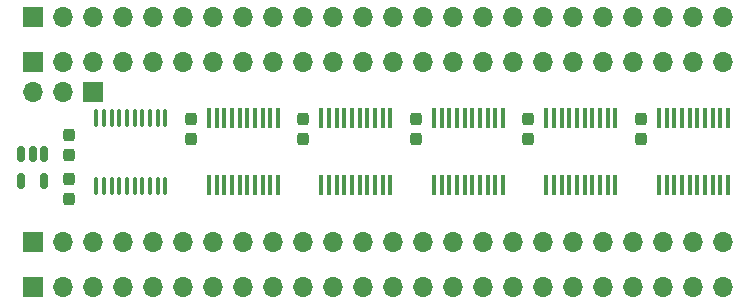
<source format=gbr>
%TF.GenerationSoftware,KiCad,Pcbnew,8.0.1*%
%TF.CreationDate,2024-03-31T10:02:36+09:00*%
%TF.ProjectId,TangNano9k5V,54616e67-4e61-46e6-9f39-6b35562e6b69,rev?*%
%TF.SameCoordinates,Original*%
%TF.FileFunction,Soldermask,Top*%
%TF.FilePolarity,Negative*%
%FSLAX46Y46*%
G04 Gerber Fmt 4.6, Leading zero omitted, Abs format (unit mm)*
G04 Created by KiCad (PCBNEW 8.0.1) date 2024-03-31 10:02:36*
%MOMM*%
%LPD*%
G01*
G04 APERTURE LIST*
G04 Aperture macros list*
%AMRoundRect*
0 Rectangle with rounded corners*
0 $1 Rounding radius*
0 $2 $3 $4 $5 $6 $7 $8 $9 X,Y pos of 4 corners*
0 Add a 4 corners polygon primitive as box body*
4,1,4,$2,$3,$4,$5,$6,$7,$8,$9,$2,$3,0*
0 Add four circle primitives for the rounded corners*
1,1,$1+$1,$2,$3*
1,1,$1+$1,$4,$5*
1,1,$1+$1,$6,$7*
1,1,$1+$1,$8,$9*
0 Add four rect primitives between the rounded corners*
20,1,$1+$1,$2,$3,$4,$5,0*
20,1,$1+$1,$4,$5,$6,$7,0*
20,1,$1+$1,$6,$7,$8,$9,0*
20,1,$1+$1,$8,$9,$2,$3,0*%
G04 Aperture macros list end*
%ADD10RoundRect,0.237500X-0.237500X0.300000X-0.237500X-0.300000X0.237500X-0.300000X0.237500X0.300000X0*%
%ADD11RoundRect,0.237500X0.237500X-0.300000X0.237500X0.300000X-0.237500X0.300000X-0.237500X-0.300000X0*%
%ADD12R,1.700000X1.700000*%
%ADD13O,1.700000X1.700000*%
%ADD14R,0.355600X1.676400*%
%ADD15RoundRect,0.100000X0.100000X-0.637500X0.100000X0.637500X-0.100000X0.637500X-0.100000X-0.637500X0*%
%ADD16RoundRect,0.150000X-0.150000X0.512500X-0.150000X-0.512500X0.150000X-0.512500X0.150000X0.512500X0*%
G04 APERTURE END LIST*
D10*
%TO.C,C6*%
X25400000Y-11202500D03*
X25400000Y-12927500D03*
%TD*%
D11*
%TO.C,C3*%
X5588000Y-18007500D03*
X5588000Y-16282500D03*
%TD*%
D12*
%TO.C,J3*%
X2540000Y-2540000D03*
D13*
X5080000Y-2540000D03*
X7620000Y-2540000D03*
X10160000Y-2540000D03*
X12700000Y-2540000D03*
X15240000Y-2540000D03*
X17780000Y-2540000D03*
X20320000Y-2540000D03*
X22860000Y-2540000D03*
X25400000Y-2540000D03*
X27940000Y-2540000D03*
X30480000Y-2540000D03*
X33020000Y-2540000D03*
X35560000Y-2540000D03*
X38100000Y-2540000D03*
X40640000Y-2540000D03*
X43180000Y-2540000D03*
X45720000Y-2540000D03*
X48260000Y-2540000D03*
X50800000Y-2540000D03*
X53340000Y-2540000D03*
X55880000Y-2540000D03*
X58420000Y-2540000D03*
X60960000Y-2540000D03*
%TD*%
D14*
%TO.C,U5*%
X45970000Y-16789400D03*
X46620001Y-16789400D03*
X47269999Y-16789400D03*
X47920001Y-16789400D03*
X48569999Y-16789400D03*
X49219998Y-16789400D03*
X49869999Y-16789400D03*
X50519998Y-16789400D03*
X51169999Y-16789400D03*
X51819998Y-16789400D03*
X51820000Y-11150600D03*
X51170002Y-11150600D03*
X50520001Y-11150600D03*
X49870002Y-11150600D03*
X49220001Y-11150600D03*
X48570002Y-11150600D03*
X47920001Y-11150600D03*
X47270002Y-11150600D03*
X46620001Y-11150600D03*
X45970002Y-11150600D03*
%TD*%
D10*
%TO.C,C7*%
X34925000Y-11202500D03*
X34925000Y-12927500D03*
%TD*%
%TO.C,C8*%
X44450000Y-11202500D03*
X44450000Y-12927500D03*
%TD*%
D14*
%TO.C,U3*%
X26920000Y-16789400D03*
X27570001Y-16789400D03*
X28219999Y-16789400D03*
X28870001Y-16789400D03*
X29519999Y-16789400D03*
X30169998Y-16789400D03*
X30819999Y-16789400D03*
X31469998Y-16789400D03*
X32119999Y-16789400D03*
X32769998Y-16789400D03*
X32770000Y-11150600D03*
X32120002Y-11150600D03*
X31470001Y-11150600D03*
X30820002Y-11150600D03*
X30170001Y-11150600D03*
X29520002Y-11150600D03*
X28870001Y-11150600D03*
X28220002Y-11150600D03*
X27570001Y-11150600D03*
X26920002Y-11150600D03*
%TD*%
%TO.C,U6*%
X55495000Y-16789400D03*
X56145001Y-16789400D03*
X56794999Y-16789400D03*
X57445001Y-16789400D03*
X58094999Y-16789400D03*
X58744998Y-16789400D03*
X59394999Y-16789400D03*
X60044998Y-16789400D03*
X60694999Y-16789400D03*
X61344998Y-16789400D03*
X61345000Y-11150600D03*
X60695002Y-11150600D03*
X60045001Y-11150600D03*
X59395002Y-11150600D03*
X58745001Y-11150600D03*
X58095002Y-11150600D03*
X57445001Y-11150600D03*
X56795002Y-11150600D03*
X56145001Y-11150600D03*
X55495002Y-11150600D03*
%TD*%
%TO.C,U4*%
X36445000Y-16789400D03*
X37095001Y-16789400D03*
X37744999Y-16789400D03*
X38395001Y-16789400D03*
X39044999Y-16789400D03*
X39694998Y-16789400D03*
X40344999Y-16789400D03*
X40994998Y-16789400D03*
X41644999Y-16789400D03*
X42294998Y-16789400D03*
X42295000Y-11150600D03*
X41645002Y-11150600D03*
X40995001Y-11150600D03*
X40345002Y-11150600D03*
X39695001Y-11150600D03*
X39045002Y-11150600D03*
X38395001Y-11150600D03*
X37745002Y-11150600D03*
X37095001Y-11150600D03*
X36445002Y-11150600D03*
%TD*%
D12*
%TO.C,J1*%
X7605000Y-8890000D03*
D13*
X5065000Y-8890000D03*
X2525000Y-8890000D03*
%TD*%
D14*
%TO.C,U2*%
X17395000Y-16789400D03*
X18045001Y-16789400D03*
X18694999Y-16789400D03*
X19345001Y-16789400D03*
X19994999Y-16789400D03*
X20644998Y-16789400D03*
X21294999Y-16789400D03*
X21944998Y-16789400D03*
X22594999Y-16789400D03*
X23244998Y-16789400D03*
X23245000Y-11150600D03*
X22595002Y-11150600D03*
X21945001Y-11150600D03*
X21295002Y-11150600D03*
X20645001Y-11150600D03*
X19995002Y-11150600D03*
X19345001Y-11150600D03*
X18695002Y-11150600D03*
X18045001Y-11150600D03*
X17395002Y-11150600D03*
%TD*%
D15*
%TO.C,U1*%
X7870000Y-16832500D03*
X8520000Y-16832500D03*
X9170000Y-16832500D03*
X9820000Y-16832500D03*
X10470000Y-16832500D03*
X11120000Y-16832500D03*
X11770000Y-16832500D03*
X12420000Y-16832500D03*
X13070000Y-16832500D03*
X13720000Y-16832500D03*
X13720000Y-11107500D03*
X13070000Y-11107500D03*
X12420000Y-11107500D03*
X11770000Y-11107500D03*
X11120000Y-11107500D03*
X10470000Y-11107500D03*
X9820000Y-11107500D03*
X9170000Y-11107500D03*
X8520000Y-11107500D03*
X7870000Y-11107500D03*
%TD*%
D10*
%TO.C,C4*%
X5588000Y-12525500D03*
X5588000Y-14250500D03*
%TD*%
D16*
%TO.C,PS1*%
X3424000Y-14197000D03*
X2474000Y-14197000D03*
X1524000Y-14197000D03*
X1524000Y-16472000D03*
X3424000Y-16472000D03*
%TD*%
D10*
%TO.C,C5*%
X15875000Y-11202500D03*
X15875000Y-12927500D03*
%TD*%
%TO.C,C9*%
X53975000Y-11202500D03*
X53975000Y-12927500D03*
%TD*%
D12*
%TO.C,J2*%
X2540000Y-25400000D03*
D13*
X5080000Y-25400000D03*
X7620000Y-25400000D03*
X10160000Y-25400000D03*
X12700000Y-25400000D03*
X15240000Y-25400000D03*
X17780000Y-25400000D03*
X20320000Y-25400000D03*
X22860000Y-25400000D03*
X25400000Y-25400000D03*
X27940000Y-25400000D03*
X30480000Y-25400000D03*
X33020000Y-25400000D03*
X35560000Y-25400000D03*
X38100000Y-25400000D03*
X40640000Y-25400000D03*
X43180000Y-25400000D03*
X45720000Y-25400000D03*
X48260000Y-25400000D03*
X50800000Y-25400000D03*
X53340000Y-25400000D03*
X55880000Y-25400000D03*
X58420000Y-25400000D03*
X60960000Y-25400000D03*
%TD*%
D12*
%TO.C,J5*%
X2540000Y-6350000D03*
D13*
X5080000Y-6350000D03*
X7620000Y-6350000D03*
X10160000Y-6350000D03*
X12700000Y-6350000D03*
X15240000Y-6350000D03*
X17780000Y-6350000D03*
X20320000Y-6350000D03*
X22860000Y-6350000D03*
X25400000Y-6350000D03*
X27940000Y-6350000D03*
X30480000Y-6350000D03*
X33020000Y-6350000D03*
X35560000Y-6350000D03*
X38100000Y-6350000D03*
X40640000Y-6350000D03*
X43180000Y-6350000D03*
X45720000Y-6350000D03*
X48260000Y-6350000D03*
X50800000Y-6350000D03*
X53340000Y-6350000D03*
X55880000Y-6350000D03*
X58420000Y-6350000D03*
X60960000Y-6350000D03*
%TD*%
D12*
%TO.C,J4*%
X2540000Y-21590000D03*
D13*
X5080000Y-21590000D03*
X7620000Y-21590000D03*
X10160000Y-21590000D03*
X12700000Y-21590000D03*
X15240000Y-21590000D03*
X17780000Y-21590000D03*
X20320000Y-21590000D03*
X22860000Y-21590000D03*
X25400000Y-21590000D03*
X27940000Y-21590000D03*
X30480000Y-21590000D03*
X33020000Y-21590000D03*
X35560000Y-21590000D03*
X38100000Y-21590000D03*
X40640000Y-21590000D03*
X43180000Y-21590000D03*
X45720000Y-21590000D03*
X48260000Y-21590000D03*
X50800000Y-21590000D03*
X53340000Y-21590000D03*
X55880000Y-21590000D03*
X58420000Y-21590000D03*
X60960000Y-21590000D03*
%TD*%
M02*

</source>
